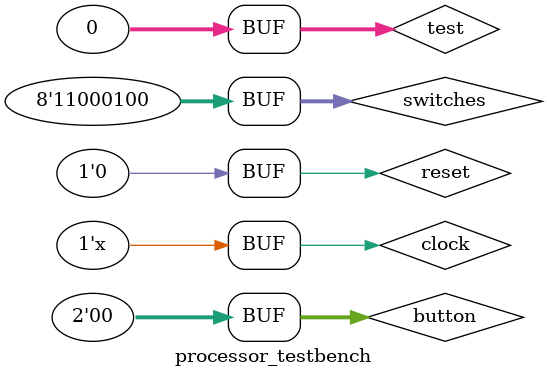
<source format=v>
`timescale 1ns / 1ps


module processor_testbench;

	// Inputs
	reg [1:0] button;
	reg [7:0] switches;
	reg clock;
	reg reset;

	// Outputs
	wire [3:0] leds;

	// Instantiate the Unit Under Test (UUT)
	processor uut (
		.button(button), 
		.switches(switches), 
		.clock(clock), 
		.reset(reset), 
		.leds(leds)
	);
	integer test = 0;
	always #5 clock =~ clock;
	initial begin
		// Initialize Inputs
		button = 0;
		switches = 0;
		clock = 0;
		reset = 0;

		// Wait 100 ns for global reset to finish
		#100;
        
		// Add stimulus here
		//SingleStep
		//  Reset
		reset=1; #10; reset=0; #10;
		//	load		 		
	   switches=8'b00001101; #10; button=2'b10; #10; button=2'b00; #10; button=2'b10; #10; button=2'b00; #10;
		// store 					
		switches=8'b01001111; #10; button=2'b10; #10; button=2'b00; #10; test = 1; #10 test = 0; #10;
		//  move 								
		switches = 8'b10010011; #10; button = 2'b10; #10; button = 2'b00; #20;
		//load 1010 in r0						         
		switches = 8'b00001010; #10; button=2'b10; #10; button=2'b00; #10; 
		//and						
		switches=8'b11010010; #10; button=2'b10; #10; button=2'b00; #20;
		//not
		switches=8'b11000011; #10 button=2'b10; #10; button=2'b00; #20;
		//add 
		switches = 8'b11000100; #10; button=2'b10; #10; button=2'b00; #20;
		
		//ROM
		//Reset								
		reset=1; #10; reset=0; #10;
		//Read Rom button
      button=2'b01; #10; button=2'b00; #200; test=2; #10; test=0; #10;		
		
		$display("...SIMULATION FINISHED");
	end
	
	always@(negedge clock)
	begin
		case(test)
			1:
				if(leds != 4'b1101)
					$display("Test 1 Error LEDs should be 1101. actually: %b",leds);
			2:
				if(leds != 4'b1111)
					$display("Test 2 Error LEDs should be 1111. actually: %b",leds);

		endcase
	end

      
endmodule


</source>
